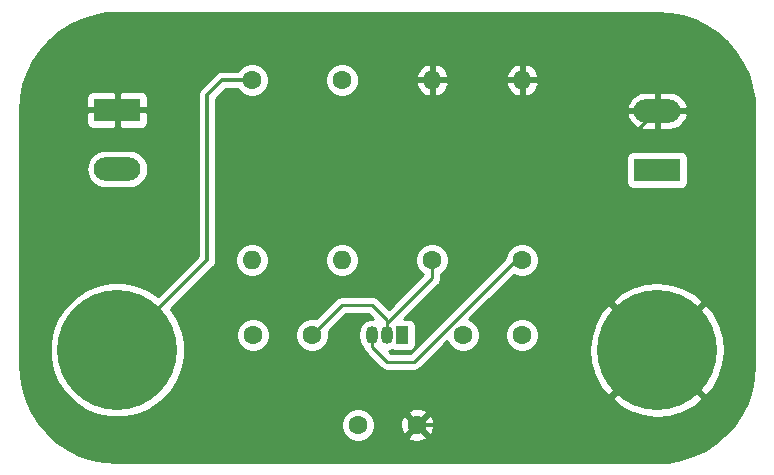
<source format=gbr>
%TF.GenerationSoftware,KiCad,Pcbnew,(5.1.7)-1*%
%TF.CreationDate,2021-12-08T22:40:21+02:00*%
%TF.ProjectId,single_transistor_amp,73696e67-6c65-45f7-9472-616e73697374,V1.0*%
%TF.SameCoordinates,Original*%
%TF.FileFunction,Copper,L2,Bot*%
%TF.FilePolarity,Positive*%
%FSLAX46Y46*%
G04 Gerber Fmt 4.6, Leading zero omitted, Abs format (unit mm)*
G04 Created by KiCad (PCBNEW (5.1.7)-1) date 2021-12-08 22:40:21*
%MOMM*%
%LPD*%
G01*
G04 APERTURE LIST*
%TA.AperFunction,ComponentPad*%
%ADD10C,10.160000*%
%TD*%
%TA.AperFunction,ComponentPad*%
%ADD11C,1.600000*%
%TD*%
%TA.AperFunction,ComponentPad*%
%ADD12R,3.960000X1.980000*%
%TD*%
%TA.AperFunction,ComponentPad*%
%ADD13O,3.960000X1.980000*%
%TD*%
%TA.AperFunction,ComponentPad*%
%ADD14O,1.050000X1.500000*%
%TD*%
%TA.AperFunction,ComponentPad*%
%ADD15R,1.050000X1.500000*%
%TD*%
%TA.AperFunction,ComponentPad*%
%ADD16O,1.600000X1.600000*%
%TD*%
%TA.AperFunction,Conductor*%
%ADD17C,0.250000*%
%TD*%
%TA.AperFunction,Conductor*%
%ADD18C,0.300000*%
%TD*%
%TA.AperFunction,Conductor*%
%ADD19C,0.254000*%
%TD*%
%TA.AperFunction,Conductor*%
%ADD20C,0.100000*%
%TD*%
G04 APERTURE END LIST*
D10*
%TO.P,J4,1*%
%TO.N,GNDREF*%
X149860000Y-127000000D03*
%TD*%
%TO.P,J3,1*%
%TO.N,+12V*%
X104140000Y-127000000D03*
%TD*%
D11*
%TO.P,C1,1*%
%TO.N,Net-(C1-Pad1)*%
X120650000Y-125730000D03*
%TO.P,C1,2*%
%TO.N,Net-(C1-Pad2)*%
X115650000Y-125730000D03*
%TD*%
%TO.P,C2,2*%
%TO.N,Net-(C2-Pad2)*%
X133430000Y-125730000D03*
%TO.P,C2,1*%
%TO.N,Net-(C2-Pad1)*%
X138430000Y-125730000D03*
%TD*%
%TO.P,C3,1*%
%TO.N,GNDREF*%
X129540000Y-133350000D03*
%TO.P,C3,2*%
%TO.N,Net-(C3-Pad2)*%
X124540000Y-133350000D03*
%TD*%
D12*
%TO.P,J1,1*%
%TO.N,GNDREF*%
X104140000Y-106680000D03*
D13*
%TO.P,J1,2*%
%TO.N,Net-(C1-Pad2)*%
X104140000Y-111680000D03*
%TD*%
%TO.P,J2,2*%
%TO.N,GNDREF*%
X149860000Y-106760000D03*
D12*
%TO.P,J2,1*%
%TO.N,Net-(C2-Pad1)*%
X149860000Y-111760000D03*
%TD*%
D14*
%TO.P,Q1,2*%
%TO.N,Net-(C1-Pad1)*%
X127000000Y-125730000D03*
%TO.P,Q1,3*%
%TO.N,Net-(C3-Pad2)*%
X125730000Y-125730000D03*
D15*
%TO.P,Q1,1*%
%TO.N,Net-(C2-Pad2)*%
X128270000Y-125730000D03*
%TD*%
D16*
%TO.P,R1,2*%
%TO.N,Net-(C1-Pad1)*%
X115570000Y-119380000D03*
D11*
%TO.P,R1,1*%
%TO.N,+12V*%
X115570000Y-104140000D03*
%TD*%
%TO.P,R2,1*%
%TO.N,Net-(C1-Pad1)*%
X130810000Y-119380000D03*
D16*
%TO.P,R2,2*%
%TO.N,GNDREF*%
X130810000Y-104140000D03*
%TD*%
D11*
%TO.P,R3,1*%
%TO.N,+12V*%
X123190000Y-104140000D03*
D16*
%TO.P,R3,2*%
%TO.N,Net-(C2-Pad2)*%
X123190000Y-119380000D03*
%TD*%
%TO.P,R4,2*%
%TO.N,GNDREF*%
X138430000Y-104140000D03*
D11*
%TO.P,R4,1*%
%TO.N,Net-(C3-Pad2)*%
X138430000Y-119380000D03*
%TD*%
D17*
%TO.N,Net-(C1-Pad1)*%
X130810000Y-120920000D02*
X130810000Y-119380000D01*
X127000000Y-124730000D02*
X130810000Y-120920000D01*
X127000000Y-125730000D02*
X127000000Y-124730000D01*
X127000000Y-124730000D02*
X127000000Y-124460000D01*
X127000000Y-124460000D02*
X125730000Y-123190000D01*
X123190000Y-123190000D02*
X120650000Y-125730000D01*
X125730000Y-123190000D02*
X123190000Y-123190000D01*
D18*
%TO.N,GNDREF*%
X143510000Y-133350000D02*
X129540000Y-133350000D01*
X149860000Y-127000000D02*
X143510000Y-133350000D01*
X149860000Y-127000000D02*
X143510000Y-120650000D01*
X143510000Y-113110000D02*
X149860000Y-106760000D01*
X143510000Y-120650000D02*
X143510000Y-113110000D01*
D17*
%TO.N,Net-(C3-Pad2)*%
X125730000Y-126730000D02*
X127000000Y-128000000D01*
X125730000Y-125730000D02*
X125730000Y-126730000D01*
X127000000Y-128000000D02*
X129270000Y-128000000D01*
X137890000Y-119380000D02*
X138430000Y-119380000D01*
X129270000Y-128000000D02*
X137890000Y-119380000D01*
D18*
%TO.N,+12V*%
X115570000Y-104140000D02*
X113030000Y-104140000D01*
X113030000Y-104140000D02*
X111760000Y-105410000D01*
X111760000Y-119380000D02*
X104140000Y-127000000D01*
X111760000Y-105410000D02*
X111760000Y-119380000D01*
%TD*%
D19*
%TO.N,GNDREF*%
X150948277Y-98523738D02*
X152017438Y-98739318D01*
X153048689Y-99094407D01*
X154023924Y-99582768D01*
X154926001Y-100195819D01*
X155739072Y-100922790D01*
X156448855Y-101750907D01*
X157042880Y-102665627D01*
X157510709Y-103650871D01*
X157844123Y-104689332D01*
X158037879Y-105766186D01*
X158090001Y-106698456D01*
X158090000Y-128248105D01*
X158016262Y-129358279D01*
X157800682Y-130427438D01*
X157445594Y-131458687D01*
X156957232Y-132433924D01*
X156344185Y-133335996D01*
X155617210Y-134149072D01*
X154789096Y-134858852D01*
X153874373Y-135452880D01*
X152889129Y-135920709D01*
X151850668Y-136254123D01*
X150773814Y-136447879D01*
X149841563Y-136500000D01*
X104161895Y-136500000D01*
X103051721Y-136426262D01*
X101982562Y-136210682D01*
X100951313Y-135855594D01*
X99976076Y-135367232D01*
X99074004Y-134754185D01*
X98260928Y-134027210D01*
X97559350Y-133208665D01*
X123105000Y-133208665D01*
X123105000Y-133491335D01*
X123160147Y-133768574D01*
X123268320Y-134029727D01*
X123425363Y-134264759D01*
X123625241Y-134464637D01*
X123860273Y-134621680D01*
X124121426Y-134729853D01*
X124398665Y-134785000D01*
X124681335Y-134785000D01*
X124958574Y-134729853D01*
X125219727Y-134621680D01*
X125454759Y-134464637D01*
X125576694Y-134342702D01*
X128726903Y-134342702D01*
X128798486Y-134586671D01*
X129053996Y-134707571D01*
X129328184Y-134776300D01*
X129610512Y-134790217D01*
X129890130Y-134748787D01*
X130156292Y-134653603D01*
X130281514Y-134586671D01*
X130353097Y-134342702D01*
X129540000Y-133529605D01*
X128726903Y-134342702D01*
X125576694Y-134342702D01*
X125654637Y-134264759D01*
X125811680Y-134029727D01*
X125919853Y-133768574D01*
X125975000Y-133491335D01*
X125975000Y-133420512D01*
X128099783Y-133420512D01*
X128141213Y-133700130D01*
X128236397Y-133966292D01*
X128303329Y-134091514D01*
X128547298Y-134163097D01*
X129360395Y-133350000D01*
X129719605Y-133350000D01*
X130532702Y-134163097D01*
X130776671Y-134091514D01*
X130897571Y-133836004D01*
X130966300Y-133561816D01*
X130980217Y-133279488D01*
X130938787Y-132999870D01*
X130843603Y-132733708D01*
X130776671Y-132608486D01*
X130532702Y-132536903D01*
X129719605Y-133350000D01*
X129360395Y-133350000D01*
X128547298Y-132536903D01*
X128303329Y-132608486D01*
X128182429Y-132863996D01*
X128113700Y-133138184D01*
X128099783Y-133420512D01*
X125975000Y-133420512D01*
X125975000Y-133208665D01*
X125919853Y-132931426D01*
X125811680Y-132670273D01*
X125654637Y-132435241D01*
X125576694Y-132357298D01*
X128726903Y-132357298D01*
X129540000Y-133170395D01*
X130353097Y-132357298D01*
X130281514Y-132113329D01*
X130026004Y-131992429D01*
X129751816Y-131923700D01*
X129469488Y-131909783D01*
X129189870Y-131951213D01*
X128923708Y-132046397D01*
X128798486Y-132113329D01*
X128726903Y-132357298D01*
X125576694Y-132357298D01*
X125454759Y-132235363D01*
X125219727Y-132078320D01*
X124958574Y-131970147D01*
X124681335Y-131915000D01*
X124398665Y-131915000D01*
X124121426Y-131970147D01*
X123860273Y-132078320D01*
X123625241Y-132235363D01*
X123425363Y-132435241D01*
X123268320Y-132670273D01*
X123160147Y-132931426D01*
X123105000Y-133208665D01*
X97559350Y-133208665D01*
X97551148Y-133199096D01*
X96957120Y-132284373D01*
X96489291Y-131299129D01*
X96155877Y-130260668D01*
X95962121Y-129183814D01*
X95910000Y-128251563D01*
X95910000Y-126437122D01*
X98425000Y-126437122D01*
X98425000Y-127562878D01*
X98644625Y-128667004D01*
X99075433Y-129707067D01*
X99700870Y-130643100D01*
X100496900Y-131439130D01*
X101432933Y-132064567D01*
X102472996Y-132495375D01*
X103577122Y-132715000D01*
X104702878Y-132715000D01*
X105807004Y-132495375D01*
X106847067Y-132064567D01*
X107783100Y-131439130D01*
X108185034Y-131037196D01*
X146002409Y-131037196D01*
X146588124Y-131719416D01*
X147571704Y-132267045D01*
X148643223Y-132612265D01*
X149761501Y-132741808D01*
X150883565Y-132650697D01*
X151966294Y-132342433D01*
X152968079Y-131828863D01*
X153131876Y-131719416D01*
X153717591Y-131037196D01*
X149860000Y-127179605D01*
X146002409Y-131037196D01*
X108185034Y-131037196D01*
X108579130Y-130643100D01*
X109204567Y-129707067D01*
X109635375Y-128667004D01*
X109855000Y-127562878D01*
X109855000Y-126437122D01*
X109686231Y-125588665D01*
X114215000Y-125588665D01*
X114215000Y-125871335D01*
X114270147Y-126148574D01*
X114378320Y-126409727D01*
X114535363Y-126644759D01*
X114735241Y-126844637D01*
X114970273Y-127001680D01*
X115231426Y-127109853D01*
X115508665Y-127165000D01*
X115791335Y-127165000D01*
X116068574Y-127109853D01*
X116329727Y-127001680D01*
X116564759Y-126844637D01*
X116764637Y-126644759D01*
X116921680Y-126409727D01*
X117029853Y-126148574D01*
X117085000Y-125871335D01*
X117085000Y-125588665D01*
X119215000Y-125588665D01*
X119215000Y-125871335D01*
X119270147Y-126148574D01*
X119378320Y-126409727D01*
X119535363Y-126644759D01*
X119735241Y-126844637D01*
X119970273Y-127001680D01*
X120231426Y-127109853D01*
X120508665Y-127165000D01*
X120791335Y-127165000D01*
X121068574Y-127109853D01*
X121329727Y-127001680D01*
X121564759Y-126844637D01*
X121764637Y-126644759D01*
X121921680Y-126409727D01*
X122029853Y-126148574D01*
X122085000Y-125871335D01*
X122085000Y-125588665D01*
X122048688Y-125406114D01*
X123504803Y-123950000D01*
X125415199Y-123950000D01*
X125812735Y-124347537D01*
X125730000Y-124339388D01*
X125502601Y-124361785D01*
X125283941Y-124428115D01*
X125082422Y-124535829D01*
X124905789Y-124680788D01*
X124760830Y-124857421D01*
X124653115Y-125058940D01*
X124586785Y-125277600D01*
X124570000Y-125448021D01*
X124570000Y-126011978D01*
X124586785Y-126182399D01*
X124653115Y-126401059D01*
X124760829Y-126602578D01*
X124905788Y-126779212D01*
X124976921Y-126837589D01*
X124980998Y-126878985D01*
X125024454Y-127022246D01*
X125095026Y-127154276D01*
X125165379Y-127240000D01*
X125190000Y-127270001D01*
X125218998Y-127293799D01*
X126436201Y-128511003D01*
X126459999Y-128540001D01*
X126575724Y-128634974D01*
X126707753Y-128705546D01*
X126851014Y-128749003D01*
X126962667Y-128760000D01*
X126962676Y-128760000D01*
X126999999Y-128763676D01*
X127037322Y-128760000D01*
X129232678Y-128760000D01*
X129270000Y-128763676D01*
X129307322Y-128760000D01*
X129307333Y-128760000D01*
X129418986Y-128749003D01*
X129562247Y-128705546D01*
X129694276Y-128634974D01*
X129810001Y-128540001D01*
X129833804Y-128510997D01*
X132092933Y-126251868D01*
X132158320Y-126409727D01*
X132315363Y-126644759D01*
X132515241Y-126844637D01*
X132750273Y-127001680D01*
X133011426Y-127109853D01*
X133288665Y-127165000D01*
X133571335Y-127165000D01*
X133848574Y-127109853D01*
X134109727Y-127001680D01*
X134344759Y-126844637D01*
X134544637Y-126644759D01*
X134701680Y-126409727D01*
X134809853Y-126148574D01*
X134865000Y-125871335D01*
X134865000Y-125588665D01*
X136995000Y-125588665D01*
X136995000Y-125871335D01*
X137050147Y-126148574D01*
X137158320Y-126409727D01*
X137315363Y-126644759D01*
X137515241Y-126844637D01*
X137750273Y-127001680D01*
X138011426Y-127109853D01*
X138288665Y-127165000D01*
X138571335Y-127165000D01*
X138848574Y-127109853D01*
X139109727Y-127001680D01*
X139259655Y-126901501D01*
X144118192Y-126901501D01*
X144209303Y-128023565D01*
X144517567Y-129106294D01*
X145031137Y-130108079D01*
X145140584Y-130271876D01*
X145822804Y-130857591D01*
X149680395Y-127000000D01*
X150039605Y-127000000D01*
X153897196Y-130857591D01*
X154579416Y-130271876D01*
X155127045Y-129288296D01*
X155472265Y-128216777D01*
X155601808Y-127098499D01*
X155510697Y-125976435D01*
X155202433Y-124893706D01*
X154688863Y-123891921D01*
X154579416Y-123728124D01*
X153897196Y-123142409D01*
X150039605Y-127000000D01*
X149680395Y-127000000D01*
X145822804Y-123142409D01*
X145140584Y-123728124D01*
X144592955Y-124711704D01*
X144247735Y-125783223D01*
X144118192Y-126901501D01*
X139259655Y-126901501D01*
X139344759Y-126844637D01*
X139544637Y-126644759D01*
X139701680Y-126409727D01*
X139809853Y-126148574D01*
X139865000Y-125871335D01*
X139865000Y-125588665D01*
X139809853Y-125311426D01*
X139701680Y-125050273D01*
X139544637Y-124815241D01*
X139344759Y-124615363D01*
X139109727Y-124458320D01*
X138848574Y-124350147D01*
X138571335Y-124295000D01*
X138288665Y-124295000D01*
X138011426Y-124350147D01*
X137750273Y-124458320D01*
X137515241Y-124615363D01*
X137315363Y-124815241D01*
X137158320Y-125050273D01*
X137050147Y-125311426D01*
X136995000Y-125588665D01*
X134865000Y-125588665D01*
X134809853Y-125311426D01*
X134701680Y-125050273D01*
X134544637Y-124815241D01*
X134344759Y-124615363D01*
X134109727Y-124458320D01*
X133951869Y-124392933D01*
X135381998Y-122962804D01*
X146002409Y-122962804D01*
X149860000Y-126820395D01*
X153717591Y-122962804D01*
X153131876Y-122280584D01*
X152148296Y-121732955D01*
X151076777Y-121387735D01*
X149958499Y-121258192D01*
X148836435Y-121349303D01*
X147753706Y-121657567D01*
X146751921Y-122171137D01*
X146588124Y-122280584D01*
X146002409Y-122962804D01*
X135381998Y-122962804D01*
X137716013Y-120628789D01*
X137750273Y-120651680D01*
X138011426Y-120759853D01*
X138288665Y-120815000D01*
X138571335Y-120815000D01*
X138848574Y-120759853D01*
X139109727Y-120651680D01*
X139344759Y-120494637D01*
X139544637Y-120294759D01*
X139701680Y-120059727D01*
X139809853Y-119798574D01*
X139865000Y-119521335D01*
X139865000Y-119238665D01*
X139809853Y-118961426D01*
X139701680Y-118700273D01*
X139544637Y-118465241D01*
X139344759Y-118265363D01*
X139109727Y-118108320D01*
X138848574Y-118000147D01*
X138571335Y-117945000D01*
X138288665Y-117945000D01*
X138011426Y-118000147D01*
X137750273Y-118108320D01*
X137515241Y-118265363D01*
X137315363Y-118465241D01*
X137158320Y-118700273D01*
X137050147Y-118961426D01*
X137004552Y-119190646D01*
X128955199Y-127240000D01*
X127314802Y-127240000D01*
X127177893Y-127103091D01*
X127227399Y-127098215D01*
X127436098Y-127034907D01*
X127500820Y-127069502D01*
X127620518Y-127105812D01*
X127745000Y-127118072D01*
X128795000Y-127118072D01*
X128919482Y-127105812D01*
X129039180Y-127069502D01*
X129149494Y-127010537D01*
X129246185Y-126931185D01*
X129325537Y-126834494D01*
X129384502Y-126724180D01*
X129420812Y-126604482D01*
X129433072Y-126480000D01*
X129433072Y-124980000D01*
X129420812Y-124855518D01*
X129384502Y-124735820D01*
X129325537Y-124625506D01*
X129246185Y-124528815D01*
X129149494Y-124449463D01*
X129039180Y-124390498D01*
X128919482Y-124354188D01*
X128795000Y-124341928D01*
X128462873Y-124341928D01*
X131321004Y-121483798D01*
X131350001Y-121460001D01*
X131444974Y-121344276D01*
X131515546Y-121212247D01*
X131559003Y-121068986D01*
X131570000Y-120957333D01*
X131570000Y-120957325D01*
X131573676Y-120920000D01*
X131570000Y-120882675D01*
X131570000Y-120598043D01*
X131724759Y-120494637D01*
X131924637Y-120294759D01*
X132081680Y-120059727D01*
X132189853Y-119798574D01*
X132245000Y-119521335D01*
X132245000Y-119238665D01*
X132189853Y-118961426D01*
X132081680Y-118700273D01*
X131924637Y-118465241D01*
X131724759Y-118265363D01*
X131489727Y-118108320D01*
X131228574Y-118000147D01*
X130951335Y-117945000D01*
X130668665Y-117945000D01*
X130391426Y-118000147D01*
X130130273Y-118108320D01*
X129895241Y-118265363D01*
X129695363Y-118465241D01*
X129538320Y-118700273D01*
X129430147Y-118961426D01*
X129375000Y-119238665D01*
X129375000Y-119521335D01*
X129430147Y-119798574D01*
X129538320Y-120059727D01*
X129695363Y-120294759D01*
X129895241Y-120494637D01*
X130050000Y-120598044D01*
X130050000Y-120605198D01*
X127135000Y-123520199D01*
X126293804Y-122679003D01*
X126270001Y-122649999D01*
X126154276Y-122555026D01*
X126022247Y-122484454D01*
X125878986Y-122440997D01*
X125767333Y-122430000D01*
X125767322Y-122430000D01*
X125730000Y-122426324D01*
X125692678Y-122430000D01*
X123227322Y-122430000D01*
X123189999Y-122426324D01*
X123152676Y-122430000D01*
X123152667Y-122430000D01*
X123041014Y-122440997D01*
X122897753Y-122484454D01*
X122765724Y-122555026D01*
X122765722Y-122555027D01*
X122765723Y-122555027D01*
X122678996Y-122626201D01*
X122678992Y-122626205D01*
X122649999Y-122649999D01*
X122626205Y-122678992D01*
X120973886Y-124331312D01*
X120791335Y-124295000D01*
X120508665Y-124295000D01*
X120231426Y-124350147D01*
X119970273Y-124458320D01*
X119735241Y-124615363D01*
X119535363Y-124815241D01*
X119378320Y-125050273D01*
X119270147Y-125311426D01*
X119215000Y-125588665D01*
X117085000Y-125588665D01*
X117029853Y-125311426D01*
X116921680Y-125050273D01*
X116764637Y-124815241D01*
X116564759Y-124615363D01*
X116329727Y-124458320D01*
X116068574Y-124350147D01*
X115791335Y-124295000D01*
X115508665Y-124295000D01*
X115231426Y-124350147D01*
X114970273Y-124458320D01*
X114735241Y-124615363D01*
X114535363Y-124815241D01*
X114378320Y-125050273D01*
X114270147Y-125311426D01*
X114215000Y-125588665D01*
X109686231Y-125588665D01*
X109635375Y-125332996D01*
X109204567Y-124292933D01*
X108704952Y-123545206D01*
X112287816Y-119962342D01*
X112317764Y-119937764D01*
X112356141Y-119891003D01*
X112366450Y-119878441D01*
X112415862Y-119818233D01*
X112488754Y-119681860D01*
X112533641Y-119533887D01*
X112545000Y-119418561D01*
X112545000Y-119418554D01*
X112548797Y-119380001D01*
X112545000Y-119341448D01*
X112545000Y-119238665D01*
X114135000Y-119238665D01*
X114135000Y-119521335D01*
X114190147Y-119798574D01*
X114298320Y-120059727D01*
X114455363Y-120294759D01*
X114655241Y-120494637D01*
X114890273Y-120651680D01*
X115151426Y-120759853D01*
X115428665Y-120815000D01*
X115711335Y-120815000D01*
X115988574Y-120759853D01*
X116249727Y-120651680D01*
X116484759Y-120494637D01*
X116684637Y-120294759D01*
X116841680Y-120059727D01*
X116949853Y-119798574D01*
X117005000Y-119521335D01*
X117005000Y-119238665D01*
X121755000Y-119238665D01*
X121755000Y-119521335D01*
X121810147Y-119798574D01*
X121918320Y-120059727D01*
X122075363Y-120294759D01*
X122275241Y-120494637D01*
X122510273Y-120651680D01*
X122771426Y-120759853D01*
X123048665Y-120815000D01*
X123331335Y-120815000D01*
X123608574Y-120759853D01*
X123869727Y-120651680D01*
X124104759Y-120494637D01*
X124304637Y-120294759D01*
X124461680Y-120059727D01*
X124569853Y-119798574D01*
X124625000Y-119521335D01*
X124625000Y-119238665D01*
X124569853Y-118961426D01*
X124461680Y-118700273D01*
X124304637Y-118465241D01*
X124104759Y-118265363D01*
X123869727Y-118108320D01*
X123608574Y-118000147D01*
X123331335Y-117945000D01*
X123048665Y-117945000D01*
X122771426Y-118000147D01*
X122510273Y-118108320D01*
X122275241Y-118265363D01*
X122075363Y-118465241D01*
X121918320Y-118700273D01*
X121810147Y-118961426D01*
X121755000Y-119238665D01*
X117005000Y-119238665D01*
X116949853Y-118961426D01*
X116841680Y-118700273D01*
X116684637Y-118465241D01*
X116484759Y-118265363D01*
X116249727Y-118108320D01*
X115988574Y-118000147D01*
X115711335Y-117945000D01*
X115428665Y-117945000D01*
X115151426Y-118000147D01*
X114890273Y-118108320D01*
X114655241Y-118265363D01*
X114455363Y-118465241D01*
X114298320Y-118700273D01*
X114190147Y-118961426D01*
X114135000Y-119238665D01*
X112545000Y-119238665D01*
X112545000Y-110770000D01*
X147241928Y-110770000D01*
X147241928Y-112750000D01*
X147254188Y-112874482D01*
X147290498Y-112994180D01*
X147349463Y-113104494D01*
X147428815Y-113201185D01*
X147525506Y-113280537D01*
X147635820Y-113339502D01*
X147755518Y-113375812D01*
X147880000Y-113388072D01*
X151840000Y-113388072D01*
X151964482Y-113375812D01*
X152084180Y-113339502D01*
X152194494Y-113280537D01*
X152291185Y-113201185D01*
X152370537Y-113104494D01*
X152429502Y-112994180D01*
X152465812Y-112874482D01*
X152478072Y-112750000D01*
X152478072Y-110770000D01*
X152465812Y-110645518D01*
X152429502Y-110525820D01*
X152370537Y-110415506D01*
X152291185Y-110318815D01*
X152194494Y-110239463D01*
X152084180Y-110180498D01*
X151964482Y-110144188D01*
X151840000Y-110131928D01*
X147880000Y-110131928D01*
X147755518Y-110144188D01*
X147635820Y-110180498D01*
X147525506Y-110239463D01*
X147428815Y-110318815D01*
X147349463Y-110415506D01*
X147290498Y-110525820D01*
X147254188Y-110645518D01*
X147241928Y-110770000D01*
X112545000Y-110770000D01*
X112545000Y-107138865D01*
X147289782Y-107138865D01*
X147320095Y-107264528D01*
X147448304Y-107557205D01*
X147631148Y-107819246D01*
X147861601Y-108040581D01*
X148130806Y-108212704D01*
X148428418Y-108329000D01*
X148743000Y-108385000D01*
X149733000Y-108385000D01*
X149733000Y-106887000D01*
X149987000Y-106887000D01*
X149987000Y-108385000D01*
X150977000Y-108385000D01*
X151291582Y-108329000D01*
X151589194Y-108212704D01*
X151858399Y-108040581D01*
X152088852Y-107819246D01*
X152271696Y-107557205D01*
X152399905Y-107264528D01*
X152430218Y-107138865D01*
X152310740Y-106887000D01*
X149987000Y-106887000D01*
X149733000Y-106887000D01*
X147409260Y-106887000D01*
X147289782Y-107138865D01*
X112545000Y-107138865D01*
X112545000Y-106381135D01*
X147289782Y-106381135D01*
X147409260Y-106633000D01*
X149733000Y-106633000D01*
X149733000Y-105135000D01*
X149987000Y-105135000D01*
X149987000Y-106633000D01*
X152310740Y-106633000D01*
X152430218Y-106381135D01*
X152399905Y-106255472D01*
X152271696Y-105962795D01*
X152088852Y-105700754D01*
X151858399Y-105479419D01*
X151589194Y-105307296D01*
X151291582Y-105191000D01*
X150977000Y-105135000D01*
X149987000Y-105135000D01*
X149733000Y-105135000D01*
X148743000Y-105135000D01*
X148428418Y-105191000D01*
X148130806Y-105307296D01*
X147861601Y-105479419D01*
X147631148Y-105700754D01*
X147448304Y-105962795D01*
X147320095Y-106255472D01*
X147289782Y-106381135D01*
X112545000Y-106381135D01*
X112545000Y-105735157D01*
X113355158Y-104925000D01*
X114368661Y-104925000D01*
X114455363Y-105054759D01*
X114655241Y-105254637D01*
X114890273Y-105411680D01*
X115151426Y-105519853D01*
X115428665Y-105575000D01*
X115711335Y-105575000D01*
X115988574Y-105519853D01*
X116249727Y-105411680D01*
X116484759Y-105254637D01*
X116684637Y-105054759D01*
X116841680Y-104819727D01*
X116949853Y-104558574D01*
X117005000Y-104281335D01*
X117005000Y-103998665D01*
X121755000Y-103998665D01*
X121755000Y-104281335D01*
X121810147Y-104558574D01*
X121918320Y-104819727D01*
X122075363Y-105054759D01*
X122275241Y-105254637D01*
X122510273Y-105411680D01*
X122771426Y-105519853D01*
X123048665Y-105575000D01*
X123331335Y-105575000D01*
X123608574Y-105519853D01*
X123869727Y-105411680D01*
X124104759Y-105254637D01*
X124304637Y-105054759D01*
X124461680Y-104819727D01*
X124569853Y-104558574D01*
X124583684Y-104489040D01*
X129418091Y-104489040D01*
X129512930Y-104753881D01*
X129657615Y-104995131D01*
X129846586Y-105203519D01*
X130072580Y-105371037D01*
X130326913Y-105491246D01*
X130460961Y-105531904D01*
X130683000Y-105409915D01*
X130683000Y-104267000D01*
X130937000Y-104267000D01*
X130937000Y-105409915D01*
X131159039Y-105531904D01*
X131293087Y-105491246D01*
X131547420Y-105371037D01*
X131773414Y-105203519D01*
X131962385Y-104995131D01*
X132107070Y-104753881D01*
X132201909Y-104489040D01*
X137038091Y-104489040D01*
X137132930Y-104753881D01*
X137277615Y-104995131D01*
X137466586Y-105203519D01*
X137692580Y-105371037D01*
X137946913Y-105491246D01*
X138080961Y-105531904D01*
X138303000Y-105409915D01*
X138303000Y-104267000D01*
X138557000Y-104267000D01*
X138557000Y-105409915D01*
X138779039Y-105531904D01*
X138913087Y-105491246D01*
X139167420Y-105371037D01*
X139393414Y-105203519D01*
X139582385Y-104995131D01*
X139727070Y-104753881D01*
X139821909Y-104489040D01*
X139700624Y-104267000D01*
X138557000Y-104267000D01*
X138303000Y-104267000D01*
X137159376Y-104267000D01*
X137038091Y-104489040D01*
X132201909Y-104489040D01*
X132080624Y-104267000D01*
X130937000Y-104267000D01*
X130683000Y-104267000D01*
X129539376Y-104267000D01*
X129418091Y-104489040D01*
X124583684Y-104489040D01*
X124625000Y-104281335D01*
X124625000Y-103998665D01*
X124583685Y-103790960D01*
X129418091Y-103790960D01*
X129539376Y-104013000D01*
X130683000Y-104013000D01*
X130683000Y-102870085D01*
X130937000Y-102870085D01*
X130937000Y-104013000D01*
X132080624Y-104013000D01*
X132201909Y-103790960D01*
X137038091Y-103790960D01*
X137159376Y-104013000D01*
X138303000Y-104013000D01*
X138303000Y-102870085D01*
X138557000Y-102870085D01*
X138557000Y-104013000D01*
X139700624Y-104013000D01*
X139821909Y-103790960D01*
X139727070Y-103526119D01*
X139582385Y-103284869D01*
X139393414Y-103076481D01*
X139167420Y-102908963D01*
X138913087Y-102788754D01*
X138779039Y-102748096D01*
X138557000Y-102870085D01*
X138303000Y-102870085D01*
X138080961Y-102748096D01*
X137946913Y-102788754D01*
X137692580Y-102908963D01*
X137466586Y-103076481D01*
X137277615Y-103284869D01*
X137132930Y-103526119D01*
X137038091Y-103790960D01*
X132201909Y-103790960D01*
X132107070Y-103526119D01*
X131962385Y-103284869D01*
X131773414Y-103076481D01*
X131547420Y-102908963D01*
X131293087Y-102788754D01*
X131159039Y-102748096D01*
X130937000Y-102870085D01*
X130683000Y-102870085D01*
X130460961Y-102748096D01*
X130326913Y-102788754D01*
X130072580Y-102908963D01*
X129846586Y-103076481D01*
X129657615Y-103284869D01*
X129512930Y-103526119D01*
X129418091Y-103790960D01*
X124583685Y-103790960D01*
X124569853Y-103721426D01*
X124461680Y-103460273D01*
X124304637Y-103225241D01*
X124104759Y-103025363D01*
X123869727Y-102868320D01*
X123608574Y-102760147D01*
X123331335Y-102705000D01*
X123048665Y-102705000D01*
X122771426Y-102760147D01*
X122510273Y-102868320D01*
X122275241Y-103025363D01*
X122075363Y-103225241D01*
X121918320Y-103460273D01*
X121810147Y-103721426D01*
X121755000Y-103998665D01*
X117005000Y-103998665D01*
X116949853Y-103721426D01*
X116841680Y-103460273D01*
X116684637Y-103225241D01*
X116484759Y-103025363D01*
X116249727Y-102868320D01*
X115988574Y-102760147D01*
X115711335Y-102705000D01*
X115428665Y-102705000D01*
X115151426Y-102760147D01*
X114890273Y-102868320D01*
X114655241Y-103025363D01*
X114455363Y-103225241D01*
X114368661Y-103355000D01*
X113068552Y-103355000D01*
X113029999Y-103351203D01*
X112991446Y-103355000D01*
X112991439Y-103355000D01*
X112890490Y-103364943D01*
X112876112Y-103366359D01*
X112841672Y-103376806D01*
X112728140Y-103411246D01*
X112591767Y-103484138D01*
X112542894Y-103524248D01*
X112502187Y-103557655D01*
X112502184Y-103557658D01*
X112472236Y-103582236D01*
X112447658Y-103612185D01*
X111232190Y-104827653D01*
X111202236Y-104852236D01*
X111104138Y-104971768D01*
X111031246Y-105108141D01*
X110986359Y-105256114D01*
X110975000Y-105371440D01*
X110975000Y-105371447D01*
X110971203Y-105410000D01*
X110975000Y-105448553D01*
X110975001Y-119054841D01*
X107594794Y-122435048D01*
X106847067Y-121935433D01*
X105807004Y-121504625D01*
X104702878Y-121285000D01*
X103577122Y-121285000D01*
X102472996Y-121504625D01*
X101432933Y-121935433D01*
X100496900Y-122560870D01*
X99700870Y-123356900D01*
X99075433Y-124292933D01*
X98644625Y-125332996D01*
X98425000Y-126437122D01*
X95910000Y-126437122D01*
X95910000Y-111680000D01*
X101517138Y-111680000D01*
X101548513Y-111998556D01*
X101641432Y-112304869D01*
X101792325Y-112587170D01*
X101995392Y-112834608D01*
X102242830Y-113037675D01*
X102525131Y-113188568D01*
X102831444Y-113281487D01*
X103070176Y-113305000D01*
X105209824Y-113305000D01*
X105448556Y-113281487D01*
X105754869Y-113188568D01*
X106037170Y-113037675D01*
X106284608Y-112834608D01*
X106487675Y-112587170D01*
X106638568Y-112304869D01*
X106731487Y-111998556D01*
X106762862Y-111680000D01*
X106731487Y-111361444D01*
X106638568Y-111055131D01*
X106487675Y-110772830D01*
X106284608Y-110525392D01*
X106037170Y-110322325D01*
X105754869Y-110171432D01*
X105448556Y-110078513D01*
X105209824Y-110055000D01*
X103070176Y-110055000D01*
X102831444Y-110078513D01*
X102525131Y-110171432D01*
X102242830Y-110322325D01*
X101995392Y-110525392D01*
X101792325Y-110772830D01*
X101641432Y-111055131D01*
X101548513Y-111361444D01*
X101517138Y-111680000D01*
X95910000Y-111680000D01*
X95910000Y-107670000D01*
X101521928Y-107670000D01*
X101534188Y-107794482D01*
X101570498Y-107914180D01*
X101629463Y-108024494D01*
X101708815Y-108121185D01*
X101805506Y-108200537D01*
X101915820Y-108259502D01*
X102035518Y-108295812D01*
X102160000Y-108308072D01*
X103854250Y-108305000D01*
X104013000Y-108146250D01*
X104013000Y-106807000D01*
X104267000Y-106807000D01*
X104267000Y-108146250D01*
X104425750Y-108305000D01*
X106120000Y-108308072D01*
X106244482Y-108295812D01*
X106364180Y-108259502D01*
X106474494Y-108200537D01*
X106571185Y-108121185D01*
X106650537Y-108024494D01*
X106709502Y-107914180D01*
X106745812Y-107794482D01*
X106758072Y-107670000D01*
X106755000Y-106965750D01*
X106596250Y-106807000D01*
X104267000Y-106807000D01*
X104013000Y-106807000D01*
X101683750Y-106807000D01*
X101525000Y-106965750D01*
X101521928Y-107670000D01*
X95910000Y-107670000D01*
X95910000Y-106701895D01*
X95977210Y-105690000D01*
X101521928Y-105690000D01*
X101525000Y-106394250D01*
X101683750Y-106553000D01*
X104013000Y-106553000D01*
X104013000Y-105213750D01*
X104267000Y-105213750D01*
X104267000Y-106553000D01*
X106596250Y-106553000D01*
X106755000Y-106394250D01*
X106758072Y-105690000D01*
X106745812Y-105565518D01*
X106709502Y-105445820D01*
X106650537Y-105335506D01*
X106571185Y-105238815D01*
X106474494Y-105159463D01*
X106364180Y-105100498D01*
X106244482Y-105064188D01*
X106120000Y-105051928D01*
X104425750Y-105055000D01*
X104267000Y-105213750D01*
X104013000Y-105213750D01*
X103854250Y-105055000D01*
X102160000Y-105051928D01*
X102035518Y-105064188D01*
X101915820Y-105100498D01*
X101805506Y-105159463D01*
X101708815Y-105238815D01*
X101629463Y-105335506D01*
X101570498Y-105445820D01*
X101534188Y-105565518D01*
X101521928Y-105690000D01*
X95977210Y-105690000D01*
X95983738Y-105591723D01*
X96199318Y-104522562D01*
X96554407Y-103491311D01*
X97042768Y-102516076D01*
X97655819Y-101613999D01*
X98382790Y-100800928D01*
X99210907Y-100091145D01*
X100125627Y-99497120D01*
X101110871Y-99029291D01*
X102149332Y-98695877D01*
X103226186Y-98502121D01*
X104158438Y-98450000D01*
X149838105Y-98450000D01*
X150948277Y-98523738D01*
%TA.AperFunction,Conductor*%
D20*
G36*
X150948277Y-98523738D02*
G01*
X152017438Y-98739318D01*
X153048689Y-99094407D01*
X154023924Y-99582768D01*
X154926001Y-100195819D01*
X155739072Y-100922790D01*
X156448855Y-101750907D01*
X157042880Y-102665627D01*
X157510709Y-103650871D01*
X157844123Y-104689332D01*
X158037879Y-105766186D01*
X158090001Y-106698456D01*
X158090000Y-128248105D01*
X158016262Y-129358279D01*
X157800682Y-130427438D01*
X157445594Y-131458687D01*
X156957232Y-132433924D01*
X156344185Y-133335996D01*
X155617210Y-134149072D01*
X154789096Y-134858852D01*
X153874373Y-135452880D01*
X152889129Y-135920709D01*
X151850668Y-136254123D01*
X150773814Y-136447879D01*
X149841563Y-136500000D01*
X104161895Y-136500000D01*
X103051721Y-136426262D01*
X101982562Y-136210682D01*
X100951313Y-135855594D01*
X99976076Y-135367232D01*
X99074004Y-134754185D01*
X98260928Y-134027210D01*
X97559350Y-133208665D01*
X123105000Y-133208665D01*
X123105000Y-133491335D01*
X123160147Y-133768574D01*
X123268320Y-134029727D01*
X123425363Y-134264759D01*
X123625241Y-134464637D01*
X123860273Y-134621680D01*
X124121426Y-134729853D01*
X124398665Y-134785000D01*
X124681335Y-134785000D01*
X124958574Y-134729853D01*
X125219727Y-134621680D01*
X125454759Y-134464637D01*
X125576694Y-134342702D01*
X128726903Y-134342702D01*
X128798486Y-134586671D01*
X129053996Y-134707571D01*
X129328184Y-134776300D01*
X129610512Y-134790217D01*
X129890130Y-134748787D01*
X130156292Y-134653603D01*
X130281514Y-134586671D01*
X130353097Y-134342702D01*
X129540000Y-133529605D01*
X128726903Y-134342702D01*
X125576694Y-134342702D01*
X125654637Y-134264759D01*
X125811680Y-134029727D01*
X125919853Y-133768574D01*
X125975000Y-133491335D01*
X125975000Y-133420512D01*
X128099783Y-133420512D01*
X128141213Y-133700130D01*
X128236397Y-133966292D01*
X128303329Y-134091514D01*
X128547298Y-134163097D01*
X129360395Y-133350000D01*
X129719605Y-133350000D01*
X130532702Y-134163097D01*
X130776671Y-134091514D01*
X130897571Y-133836004D01*
X130966300Y-133561816D01*
X130980217Y-133279488D01*
X130938787Y-132999870D01*
X130843603Y-132733708D01*
X130776671Y-132608486D01*
X130532702Y-132536903D01*
X129719605Y-133350000D01*
X129360395Y-133350000D01*
X128547298Y-132536903D01*
X128303329Y-132608486D01*
X128182429Y-132863996D01*
X128113700Y-133138184D01*
X128099783Y-133420512D01*
X125975000Y-133420512D01*
X125975000Y-133208665D01*
X125919853Y-132931426D01*
X125811680Y-132670273D01*
X125654637Y-132435241D01*
X125576694Y-132357298D01*
X128726903Y-132357298D01*
X129540000Y-133170395D01*
X130353097Y-132357298D01*
X130281514Y-132113329D01*
X130026004Y-131992429D01*
X129751816Y-131923700D01*
X129469488Y-131909783D01*
X129189870Y-131951213D01*
X128923708Y-132046397D01*
X128798486Y-132113329D01*
X128726903Y-132357298D01*
X125576694Y-132357298D01*
X125454759Y-132235363D01*
X125219727Y-132078320D01*
X124958574Y-131970147D01*
X124681335Y-131915000D01*
X124398665Y-131915000D01*
X124121426Y-131970147D01*
X123860273Y-132078320D01*
X123625241Y-132235363D01*
X123425363Y-132435241D01*
X123268320Y-132670273D01*
X123160147Y-132931426D01*
X123105000Y-133208665D01*
X97559350Y-133208665D01*
X97551148Y-133199096D01*
X96957120Y-132284373D01*
X96489291Y-131299129D01*
X96155877Y-130260668D01*
X95962121Y-129183814D01*
X95910000Y-128251563D01*
X95910000Y-126437122D01*
X98425000Y-126437122D01*
X98425000Y-127562878D01*
X98644625Y-128667004D01*
X99075433Y-129707067D01*
X99700870Y-130643100D01*
X100496900Y-131439130D01*
X101432933Y-132064567D01*
X102472996Y-132495375D01*
X103577122Y-132715000D01*
X104702878Y-132715000D01*
X105807004Y-132495375D01*
X106847067Y-132064567D01*
X107783100Y-131439130D01*
X108185034Y-131037196D01*
X146002409Y-131037196D01*
X146588124Y-131719416D01*
X147571704Y-132267045D01*
X148643223Y-132612265D01*
X149761501Y-132741808D01*
X150883565Y-132650697D01*
X151966294Y-132342433D01*
X152968079Y-131828863D01*
X153131876Y-131719416D01*
X153717591Y-131037196D01*
X149860000Y-127179605D01*
X146002409Y-131037196D01*
X108185034Y-131037196D01*
X108579130Y-130643100D01*
X109204567Y-129707067D01*
X109635375Y-128667004D01*
X109855000Y-127562878D01*
X109855000Y-126437122D01*
X109686231Y-125588665D01*
X114215000Y-125588665D01*
X114215000Y-125871335D01*
X114270147Y-126148574D01*
X114378320Y-126409727D01*
X114535363Y-126644759D01*
X114735241Y-126844637D01*
X114970273Y-127001680D01*
X115231426Y-127109853D01*
X115508665Y-127165000D01*
X115791335Y-127165000D01*
X116068574Y-127109853D01*
X116329727Y-127001680D01*
X116564759Y-126844637D01*
X116764637Y-126644759D01*
X116921680Y-126409727D01*
X117029853Y-126148574D01*
X117085000Y-125871335D01*
X117085000Y-125588665D01*
X119215000Y-125588665D01*
X119215000Y-125871335D01*
X119270147Y-126148574D01*
X119378320Y-126409727D01*
X119535363Y-126644759D01*
X119735241Y-126844637D01*
X119970273Y-127001680D01*
X120231426Y-127109853D01*
X120508665Y-127165000D01*
X120791335Y-127165000D01*
X121068574Y-127109853D01*
X121329727Y-127001680D01*
X121564759Y-126844637D01*
X121764637Y-126644759D01*
X121921680Y-126409727D01*
X122029853Y-126148574D01*
X122085000Y-125871335D01*
X122085000Y-125588665D01*
X122048688Y-125406114D01*
X123504803Y-123950000D01*
X125415199Y-123950000D01*
X125812735Y-124347537D01*
X125730000Y-124339388D01*
X125502601Y-124361785D01*
X125283941Y-124428115D01*
X125082422Y-124535829D01*
X124905789Y-124680788D01*
X124760830Y-124857421D01*
X124653115Y-125058940D01*
X124586785Y-125277600D01*
X124570000Y-125448021D01*
X124570000Y-126011978D01*
X124586785Y-126182399D01*
X124653115Y-126401059D01*
X124760829Y-126602578D01*
X124905788Y-126779212D01*
X124976921Y-126837589D01*
X124980998Y-126878985D01*
X125024454Y-127022246D01*
X125095026Y-127154276D01*
X125165379Y-127240000D01*
X125190000Y-127270001D01*
X125218998Y-127293799D01*
X126436201Y-128511003D01*
X126459999Y-128540001D01*
X126575724Y-128634974D01*
X126707753Y-128705546D01*
X126851014Y-128749003D01*
X126962667Y-128760000D01*
X126962676Y-128760000D01*
X126999999Y-128763676D01*
X127037322Y-128760000D01*
X129232678Y-128760000D01*
X129270000Y-128763676D01*
X129307322Y-128760000D01*
X129307333Y-128760000D01*
X129418986Y-128749003D01*
X129562247Y-128705546D01*
X129694276Y-128634974D01*
X129810001Y-128540001D01*
X129833804Y-128510997D01*
X132092933Y-126251868D01*
X132158320Y-126409727D01*
X132315363Y-126644759D01*
X132515241Y-126844637D01*
X132750273Y-127001680D01*
X133011426Y-127109853D01*
X133288665Y-127165000D01*
X133571335Y-127165000D01*
X133848574Y-127109853D01*
X134109727Y-127001680D01*
X134344759Y-126844637D01*
X134544637Y-126644759D01*
X134701680Y-126409727D01*
X134809853Y-126148574D01*
X134865000Y-125871335D01*
X134865000Y-125588665D01*
X136995000Y-125588665D01*
X136995000Y-125871335D01*
X137050147Y-126148574D01*
X137158320Y-126409727D01*
X137315363Y-126644759D01*
X137515241Y-126844637D01*
X137750273Y-127001680D01*
X138011426Y-127109853D01*
X138288665Y-127165000D01*
X138571335Y-127165000D01*
X138848574Y-127109853D01*
X139109727Y-127001680D01*
X139259655Y-126901501D01*
X144118192Y-126901501D01*
X144209303Y-128023565D01*
X144517567Y-129106294D01*
X145031137Y-130108079D01*
X145140584Y-130271876D01*
X145822804Y-130857591D01*
X149680395Y-127000000D01*
X150039605Y-127000000D01*
X153897196Y-130857591D01*
X154579416Y-130271876D01*
X155127045Y-129288296D01*
X155472265Y-128216777D01*
X155601808Y-127098499D01*
X155510697Y-125976435D01*
X155202433Y-124893706D01*
X154688863Y-123891921D01*
X154579416Y-123728124D01*
X153897196Y-123142409D01*
X150039605Y-127000000D01*
X149680395Y-127000000D01*
X145822804Y-123142409D01*
X145140584Y-123728124D01*
X144592955Y-124711704D01*
X144247735Y-125783223D01*
X144118192Y-126901501D01*
X139259655Y-126901501D01*
X139344759Y-126844637D01*
X139544637Y-126644759D01*
X139701680Y-126409727D01*
X139809853Y-126148574D01*
X139865000Y-125871335D01*
X139865000Y-125588665D01*
X139809853Y-125311426D01*
X139701680Y-125050273D01*
X139544637Y-124815241D01*
X139344759Y-124615363D01*
X139109727Y-124458320D01*
X138848574Y-124350147D01*
X138571335Y-124295000D01*
X138288665Y-124295000D01*
X138011426Y-124350147D01*
X137750273Y-124458320D01*
X137515241Y-124615363D01*
X137315363Y-124815241D01*
X137158320Y-125050273D01*
X137050147Y-125311426D01*
X136995000Y-125588665D01*
X134865000Y-125588665D01*
X134809853Y-125311426D01*
X134701680Y-125050273D01*
X134544637Y-124815241D01*
X134344759Y-124615363D01*
X134109727Y-124458320D01*
X133951869Y-124392933D01*
X135381998Y-122962804D01*
X146002409Y-122962804D01*
X149860000Y-126820395D01*
X153717591Y-122962804D01*
X153131876Y-122280584D01*
X152148296Y-121732955D01*
X151076777Y-121387735D01*
X149958499Y-121258192D01*
X148836435Y-121349303D01*
X147753706Y-121657567D01*
X146751921Y-122171137D01*
X146588124Y-122280584D01*
X146002409Y-122962804D01*
X135381998Y-122962804D01*
X137716013Y-120628789D01*
X137750273Y-120651680D01*
X138011426Y-120759853D01*
X138288665Y-120815000D01*
X138571335Y-120815000D01*
X138848574Y-120759853D01*
X139109727Y-120651680D01*
X139344759Y-120494637D01*
X139544637Y-120294759D01*
X139701680Y-120059727D01*
X139809853Y-119798574D01*
X139865000Y-119521335D01*
X139865000Y-119238665D01*
X139809853Y-118961426D01*
X139701680Y-118700273D01*
X139544637Y-118465241D01*
X139344759Y-118265363D01*
X139109727Y-118108320D01*
X138848574Y-118000147D01*
X138571335Y-117945000D01*
X138288665Y-117945000D01*
X138011426Y-118000147D01*
X137750273Y-118108320D01*
X137515241Y-118265363D01*
X137315363Y-118465241D01*
X137158320Y-118700273D01*
X137050147Y-118961426D01*
X137004552Y-119190646D01*
X128955199Y-127240000D01*
X127314802Y-127240000D01*
X127177893Y-127103091D01*
X127227399Y-127098215D01*
X127436098Y-127034907D01*
X127500820Y-127069502D01*
X127620518Y-127105812D01*
X127745000Y-127118072D01*
X128795000Y-127118072D01*
X128919482Y-127105812D01*
X129039180Y-127069502D01*
X129149494Y-127010537D01*
X129246185Y-126931185D01*
X129325537Y-126834494D01*
X129384502Y-126724180D01*
X129420812Y-126604482D01*
X129433072Y-126480000D01*
X129433072Y-124980000D01*
X129420812Y-124855518D01*
X129384502Y-124735820D01*
X129325537Y-124625506D01*
X129246185Y-124528815D01*
X129149494Y-124449463D01*
X129039180Y-124390498D01*
X128919482Y-124354188D01*
X128795000Y-124341928D01*
X128462873Y-124341928D01*
X131321004Y-121483798D01*
X131350001Y-121460001D01*
X131444974Y-121344276D01*
X131515546Y-121212247D01*
X131559003Y-121068986D01*
X131570000Y-120957333D01*
X131570000Y-120957325D01*
X131573676Y-120920000D01*
X131570000Y-120882675D01*
X131570000Y-120598043D01*
X131724759Y-120494637D01*
X131924637Y-120294759D01*
X132081680Y-120059727D01*
X132189853Y-119798574D01*
X132245000Y-119521335D01*
X132245000Y-119238665D01*
X132189853Y-118961426D01*
X132081680Y-118700273D01*
X131924637Y-118465241D01*
X131724759Y-118265363D01*
X131489727Y-118108320D01*
X131228574Y-118000147D01*
X130951335Y-117945000D01*
X130668665Y-117945000D01*
X130391426Y-118000147D01*
X130130273Y-118108320D01*
X129895241Y-118265363D01*
X129695363Y-118465241D01*
X129538320Y-118700273D01*
X129430147Y-118961426D01*
X129375000Y-119238665D01*
X129375000Y-119521335D01*
X129430147Y-119798574D01*
X129538320Y-120059727D01*
X129695363Y-120294759D01*
X129895241Y-120494637D01*
X130050000Y-120598044D01*
X130050000Y-120605198D01*
X127135000Y-123520199D01*
X126293804Y-122679003D01*
X126270001Y-122649999D01*
X126154276Y-122555026D01*
X126022247Y-122484454D01*
X125878986Y-122440997D01*
X125767333Y-122430000D01*
X125767322Y-122430000D01*
X125730000Y-122426324D01*
X125692678Y-122430000D01*
X123227322Y-122430000D01*
X123189999Y-122426324D01*
X123152676Y-122430000D01*
X123152667Y-122430000D01*
X123041014Y-122440997D01*
X122897753Y-122484454D01*
X122765724Y-122555026D01*
X122765722Y-122555027D01*
X122765723Y-122555027D01*
X122678996Y-122626201D01*
X122678992Y-122626205D01*
X122649999Y-122649999D01*
X122626205Y-122678992D01*
X120973886Y-124331312D01*
X120791335Y-124295000D01*
X120508665Y-124295000D01*
X120231426Y-124350147D01*
X119970273Y-124458320D01*
X119735241Y-124615363D01*
X119535363Y-124815241D01*
X119378320Y-125050273D01*
X119270147Y-125311426D01*
X119215000Y-125588665D01*
X117085000Y-125588665D01*
X117029853Y-125311426D01*
X116921680Y-125050273D01*
X116764637Y-124815241D01*
X116564759Y-124615363D01*
X116329727Y-124458320D01*
X116068574Y-124350147D01*
X115791335Y-124295000D01*
X115508665Y-124295000D01*
X115231426Y-124350147D01*
X114970273Y-124458320D01*
X114735241Y-124615363D01*
X114535363Y-124815241D01*
X114378320Y-125050273D01*
X114270147Y-125311426D01*
X114215000Y-125588665D01*
X109686231Y-125588665D01*
X109635375Y-125332996D01*
X109204567Y-124292933D01*
X108704952Y-123545206D01*
X112287816Y-119962342D01*
X112317764Y-119937764D01*
X112356141Y-119891003D01*
X112366450Y-119878441D01*
X112415862Y-119818233D01*
X112488754Y-119681860D01*
X112533641Y-119533887D01*
X112545000Y-119418561D01*
X112545000Y-119418554D01*
X112548797Y-119380001D01*
X112545000Y-119341448D01*
X112545000Y-119238665D01*
X114135000Y-119238665D01*
X114135000Y-119521335D01*
X114190147Y-119798574D01*
X114298320Y-120059727D01*
X114455363Y-120294759D01*
X114655241Y-120494637D01*
X114890273Y-120651680D01*
X115151426Y-120759853D01*
X115428665Y-120815000D01*
X115711335Y-120815000D01*
X115988574Y-120759853D01*
X116249727Y-120651680D01*
X116484759Y-120494637D01*
X116684637Y-120294759D01*
X116841680Y-120059727D01*
X116949853Y-119798574D01*
X117005000Y-119521335D01*
X117005000Y-119238665D01*
X121755000Y-119238665D01*
X121755000Y-119521335D01*
X121810147Y-119798574D01*
X121918320Y-120059727D01*
X122075363Y-120294759D01*
X122275241Y-120494637D01*
X122510273Y-120651680D01*
X122771426Y-120759853D01*
X123048665Y-120815000D01*
X123331335Y-120815000D01*
X123608574Y-120759853D01*
X123869727Y-120651680D01*
X124104759Y-120494637D01*
X124304637Y-120294759D01*
X124461680Y-120059727D01*
X124569853Y-119798574D01*
X124625000Y-119521335D01*
X124625000Y-119238665D01*
X124569853Y-118961426D01*
X124461680Y-118700273D01*
X124304637Y-118465241D01*
X124104759Y-118265363D01*
X123869727Y-118108320D01*
X123608574Y-118000147D01*
X123331335Y-117945000D01*
X123048665Y-117945000D01*
X122771426Y-118000147D01*
X122510273Y-118108320D01*
X122275241Y-118265363D01*
X122075363Y-118465241D01*
X121918320Y-118700273D01*
X121810147Y-118961426D01*
X121755000Y-119238665D01*
X117005000Y-119238665D01*
X116949853Y-118961426D01*
X116841680Y-118700273D01*
X116684637Y-118465241D01*
X116484759Y-118265363D01*
X116249727Y-118108320D01*
X115988574Y-118000147D01*
X115711335Y-117945000D01*
X115428665Y-117945000D01*
X115151426Y-118000147D01*
X114890273Y-118108320D01*
X114655241Y-118265363D01*
X114455363Y-118465241D01*
X114298320Y-118700273D01*
X114190147Y-118961426D01*
X114135000Y-119238665D01*
X112545000Y-119238665D01*
X112545000Y-110770000D01*
X147241928Y-110770000D01*
X147241928Y-112750000D01*
X147254188Y-112874482D01*
X147290498Y-112994180D01*
X147349463Y-113104494D01*
X147428815Y-113201185D01*
X147525506Y-113280537D01*
X147635820Y-113339502D01*
X147755518Y-113375812D01*
X147880000Y-113388072D01*
X151840000Y-113388072D01*
X151964482Y-113375812D01*
X152084180Y-113339502D01*
X152194494Y-113280537D01*
X152291185Y-113201185D01*
X152370537Y-113104494D01*
X152429502Y-112994180D01*
X152465812Y-112874482D01*
X152478072Y-112750000D01*
X152478072Y-110770000D01*
X152465812Y-110645518D01*
X152429502Y-110525820D01*
X152370537Y-110415506D01*
X152291185Y-110318815D01*
X152194494Y-110239463D01*
X152084180Y-110180498D01*
X151964482Y-110144188D01*
X151840000Y-110131928D01*
X147880000Y-110131928D01*
X147755518Y-110144188D01*
X147635820Y-110180498D01*
X147525506Y-110239463D01*
X147428815Y-110318815D01*
X147349463Y-110415506D01*
X147290498Y-110525820D01*
X147254188Y-110645518D01*
X147241928Y-110770000D01*
X112545000Y-110770000D01*
X112545000Y-107138865D01*
X147289782Y-107138865D01*
X147320095Y-107264528D01*
X147448304Y-107557205D01*
X147631148Y-107819246D01*
X147861601Y-108040581D01*
X148130806Y-108212704D01*
X148428418Y-108329000D01*
X148743000Y-108385000D01*
X149733000Y-108385000D01*
X149733000Y-106887000D01*
X149987000Y-106887000D01*
X149987000Y-108385000D01*
X150977000Y-108385000D01*
X151291582Y-108329000D01*
X151589194Y-108212704D01*
X151858399Y-108040581D01*
X152088852Y-107819246D01*
X152271696Y-107557205D01*
X152399905Y-107264528D01*
X152430218Y-107138865D01*
X152310740Y-106887000D01*
X149987000Y-106887000D01*
X149733000Y-106887000D01*
X147409260Y-106887000D01*
X147289782Y-107138865D01*
X112545000Y-107138865D01*
X112545000Y-106381135D01*
X147289782Y-106381135D01*
X147409260Y-106633000D01*
X149733000Y-106633000D01*
X149733000Y-105135000D01*
X149987000Y-105135000D01*
X149987000Y-106633000D01*
X152310740Y-106633000D01*
X152430218Y-106381135D01*
X152399905Y-106255472D01*
X152271696Y-105962795D01*
X152088852Y-105700754D01*
X151858399Y-105479419D01*
X151589194Y-105307296D01*
X151291582Y-105191000D01*
X150977000Y-105135000D01*
X149987000Y-105135000D01*
X149733000Y-105135000D01*
X148743000Y-105135000D01*
X148428418Y-105191000D01*
X148130806Y-105307296D01*
X147861601Y-105479419D01*
X147631148Y-105700754D01*
X147448304Y-105962795D01*
X147320095Y-106255472D01*
X147289782Y-106381135D01*
X112545000Y-106381135D01*
X112545000Y-105735157D01*
X113355158Y-104925000D01*
X114368661Y-104925000D01*
X114455363Y-105054759D01*
X114655241Y-105254637D01*
X114890273Y-105411680D01*
X115151426Y-105519853D01*
X115428665Y-105575000D01*
X115711335Y-105575000D01*
X115988574Y-105519853D01*
X116249727Y-105411680D01*
X116484759Y-105254637D01*
X116684637Y-105054759D01*
X116841680Y-104819727D01*
X116949853Y-104558574D01*
X117005000Y-104281335D01*
X117005000Y-103998665D01*
X121755000Y-103998665D01*
X121755000Y-104281335D01*
X121810147Y-104558574D01*
X121918320Y-104819727D01*
X122075363Y-105054759D01*
X122275241Y-105254637D01*
X122510273Y-105411680D01*
X122771426Y-105519853D01*
X123048665Y-105575000D01*
X123331335Y-105575000D01*
X123608574Y-105519853D01*
X123869727Y-105411680D01*
X124104759Y-105254637D01*
X124304637Y-105054759D01*
X124461680Y-104819727D01*
X124569853Y-104558574D01*
X124583684Y-104489040D01*
X129418091Y-104489040D01*
X129512930Y-104753881D01*
X129657615Y-104995131D01*
X129846586Y-105203519D01*
X130072580Y-105371037D01*
X130326913Y-105491246D01*
X130460961Y-105531904D01*
X130683000Y-105409915D01*
X130683000Y-104267000D01*
X130937000Y-104267000D01*
X130937000Y-105409915D01*
X131159039Y-105531904D01*
X131293087Y-105491246D01*
X131547420Y-105371037D01*
X131773414Y-105203519D01*
X131962385Y-104995131D01*
X132107070Y-104753881D01*
X132201909Y-104489040D01*
X137038091Y-104489040D01*
X137132930Y-104753881D01*
X137277615Y-104995131D01*
X137466586Y-105203519D01*
X137692580Y-105371037D01*
X137946913Y-105491246D01*
X138080961Y-105531904D01*
X138303000Y-105409915D01*
X138303000Y-104267000D01*
X138557000Y-104267000D01*
X138557000Y-105409915D01*
X138779039Y-105531904D01*
X138913087Y-105491246D01*
X139167420Y-105371037D01*
X139393414Y-105203519D01*
X139582385Y-104995131D01*
X139727070Y-104753881D01*
X139821909Y-104489040D01*
X139700624Y-104267000D01*
X138557000Y-104267000D01*
X138303000Y-104267000D01*
X137159376Y-104267000D01*
X137038091Y-104489040D01*
X132201909Y-104489040D01*
X132080624Y-104267000D01*
X130937000Y-104267000D01*
X130683000Y-104267000D01*
X129539376Y-104267000D01*
X129418091Y-104489040D01*
X124583684Y-104489040D01*
X124625000Y-104281335D01*
X124625000Y-103998665D01*
X124583685Y-103790960D01*
X129418091Y-103790960D01*
X129539376Y-104013000D01*
X130683000Y-104013000D01*
X130683000Y-102870085D01*
X130937000Y-102870085D01*
X130937000Y-104013000D01*
X132080624Y-104013000D01*
X132201909Y-103790960D01*
X137038091Y-103790960D01*
X137159376Y-104013000D01*
X138303000Y-104013000D01*
X138303000Y-102870085D01*
X138557000Y-102870085D01*
X138557000Y-104013000D01*
X139700624Y-104013000D01*
X139821909Y-103790960D01*
X139727070Y-103526119D01*
X139582385Y-103284869D01*
X139393414Y-103076481D01*
X139167420Y-102908963D01*
X138913087Y-102788754D01*
X138779039Y-102748096D01*
X138557000Y-102870085D01*
X138303000Y-102870085D01*
X138080961Y-102748096D01*
X137946913Y-102788754D01*
X137692580Y-102908963D01*
X137466586Y-103076481D01*
X137277615Y-103284869D01*
X137132930Y-103526119D01*
X137038091Y-103790960D01*
X132201909Y-103790960D01*
X132107070Y-103526119D01*
X131962385Y-103284869D01*
X131773414Y-103076481D01*
X131547420Y-102908963D01*
X131293087Y-102788754D01*
X131159039Y-102748096D01*
X130937000Y-102870085D01*
X130683000Y-102870085D01*
X130460961Y-102748096D01*
X130326913Y-102788754D01*
X130072580Y-102908963D01*
X129846586Y-103076481D01*
X129657615Y-103284869D01*
X129512930Y-103526119D01*
X129418091Y-103790960D01*
X124583685Y-103790960D01*
X124569853Y-103721426D01*
X124461680Y-103460273D01*
X124304637Y-103225241D01*
X124104759Y-103025363D01*
X123869727Y-102868320D01*
X123608574Y-102760147D01*
X123331335Y-102705000D01*
X123048665Y-102705000D01*
X122771426Y-102760147D01*
X122510273Y-102868320D01*
X122275241Y-103025363D01*
X122075363Y-103225241D01*
X121918320Y-103460273D01*
X121810147Y-103721426D01*
X121755000Y-103998665D01*
X117005000Y-103998665D01*
X116949853Y-103721426D01*
X116841680Y-103460273D01*
X116684637Y-103225241D01*
X116484759Y-103025363D01*
X116249727Y-102868320D01*
X115988574Y-102760147D01*
X115711335Y-102705000D01*
X115428665Y-102705000D01*
X115151426Y-102760147D01*
X114890273Y-102868320D01*
X114655241Y-103025363D01*
X114455363Y-103225241D01*
X114368661Y-103355000D01*
X113068552Y-103355000D01*
X113029999Y-103351203D01*
X112991446Y-103355000D01*
X112991439Y-103355000D01*
X112890490Y-103364943D01*
X112876112Y-103366359D01*
X112841672Y-103376806D01*
X112728140Y-103411246D01*
X112591767Y-103484138D01*
X112542894Y-103524248D01*
X112502187Y-103557655D01*
X112502184Y-103557658D01*
X112472236Y-103582236D01*
X112447658Y-103612185D01*
X111232190Y-104827653D01*
X111202236Y-104852236D01*
X111104138Y-104971768D01*
X111031246Y-105108141D01*
X110986359Y-105256114D01*
X110975000Y-105371440D01*
X110975000Y-105371447D01*
X110971203Y-105410000D01*
X110975000Y-105448553D01*
X110975001Y-119054841D01*
X107594794Y-122435048D01*
X106847067Y-121935433D01*
X105807004Y-121504625D01*
X104702878Y-121285000D01*
X103577122Y-121285000D01*
X102472996Y-121504625D01*
X101432933Y-121935433D01*
X100496900Y-122560870D01*
X99700870Y-123356900D01*
X99075433Y-124292933D01*
X98644625Y-125332996D01*
X98425000Y-126437122D01*
X95910000Y-126437122D01*
X95910000Y-111680000D01*
X101517138Y-111680000D01*
X101548513Y-111998556D01*
X101641432Y-112304869D01*
X101792325Y-112587170D01*
X101995392Y-112834608D01*
X102242830Y-113037675D01*
X102525131Y-113188568D01*
X102831444Y-113281487D01*
X103070176Y-113305000D01*
X105209824Y-113305000D01*
X105448556Y-113281487D01*
X105754869Y-113188568D01*
X106037170Y-113037675D01*
X106284608Y-112834608D01*
X106487675Y-112587170D01*
X106638568Y-112304869D01*
X106731487Y-111998556D01*
X106762862Y-111680000D01*
X106731487Y-111361444D01*
X106638568Y-111055131D01*
X106487675Y-110772830D01*
X106284608Y-110525392D01*
X106037170Y-110322325D01*
X105754869Y-110171432D01*
X105448556Y-110078513D01*
X105209824Y-110055000D01*
X103070176Y-110055000D01*
X102831444Y-110078513D01*
X102525131Y-110171432D01*
X102242830Y-110322325D01*
X101995392Y-110525392D01*
X101792325Y-110772830D01*
X101641432Y-111055131D01*
X101548513Y-111361444D01*
X101517138Y-111680000D01*
X95910000Y-111680000D01*
X95910000Y-107670000D01*
X101521928Y-107670000D01*
X101534188Y-107794482D01*
X101570498Y-107914180D01*
X101629463Y-108024494D01*
X101708815Y-108121185D01*
X101805506Y-108200537D01*
X101915820Y-108259502D01*
X102035518Y-108295812D01*
X102160000Y-108308072D01*
X103854250Y-108305000D01*
X104013000Y-108146250D01*
X104013000Y-106807000D01*
X104267000Y-106807000D01*
X104267000Y-108146250D01*
X104425750Y-108305000D01*
X106120000Y-108308072D01*
X106244482Y-108295812D01*
X106364180Y-108259502D01*
X106474494Y-108200537D01*
X106571185Y-108121185D01*
X106650537Y-108024494D01*
X106709502Y-107914180D01*
X106745812Y-107794482D01*
X106758072Y-107670000D01*
X106755000Y-106965750D01*
X106596250Y-106807000D01*
X104267000Y-106807000D01*
X104013000Y-106807000D01*
X101683750Y-106807000D01*
X101525000Y-106965750D01*
X101521928Y-107670000D01*
X95910000Y-107670000D01*
X95910000Y-106701895D01*
X95977210Y-105690000D01*
X101521928Y-105690000D01*
X101525000Y-106394250D01*
X101683750Y-106553000D01*
X104013000Y-106553000D01*
X104013000Y-105213750D01*
X104267000Y-105213750D01*
X104267000Y-106553000D01*
X106596250Y-106553000D01*
X106755000Y-106394250D01*
X106758072Y-105690000D01*
X106745812Y-105565518D01*
X106709502Y-105445820D01*
X106650537Y-105335506D01*
X106571185Y-105238815D01*
X106474494Y-105159463D01*
X106364180Y-105100498D01*
X106244482Y-105064188D01*
X106120000Y-105051928D01*
X104425750Y-105055000D01*
X104267000Y-105213750D01*
X104013000Y-105213750D01*
X103854250Y-105055000D01*
X102160000Y-105051928D01*
X102035518Y-105064188D01*
X101915820Y-105100498D01*
X101805506Y-105159463D01*
X101708815Y-105238815D01*
X101629463Y-105335506D01*
X101570498Y-105445820D01*
X101534188Y-105565518D01*
X101521928Y-105690000D01*
X95977210Y-105690000D01*
X95983738Y-105591723D01*
X96199318Y-104522562D01*
X96554407Y-103491311D01*
X97042768Y-102516076D01*
X97655819Y-101613999D01*
X98382790Y-100800928D01*
X99210907Y-100091145D01*
X100125627Y-99497120D01*
X101110871Y-99029291D01*
X102149332Y-98695877D01*
X103226186Y-98502121D01*
X104158438Y-98450000D01*
X149838105Y-98450000D01*
X150948277Y-98523738D01*
G37*
%TD.AperFunction*%
%TD*%
M02*

</source>
